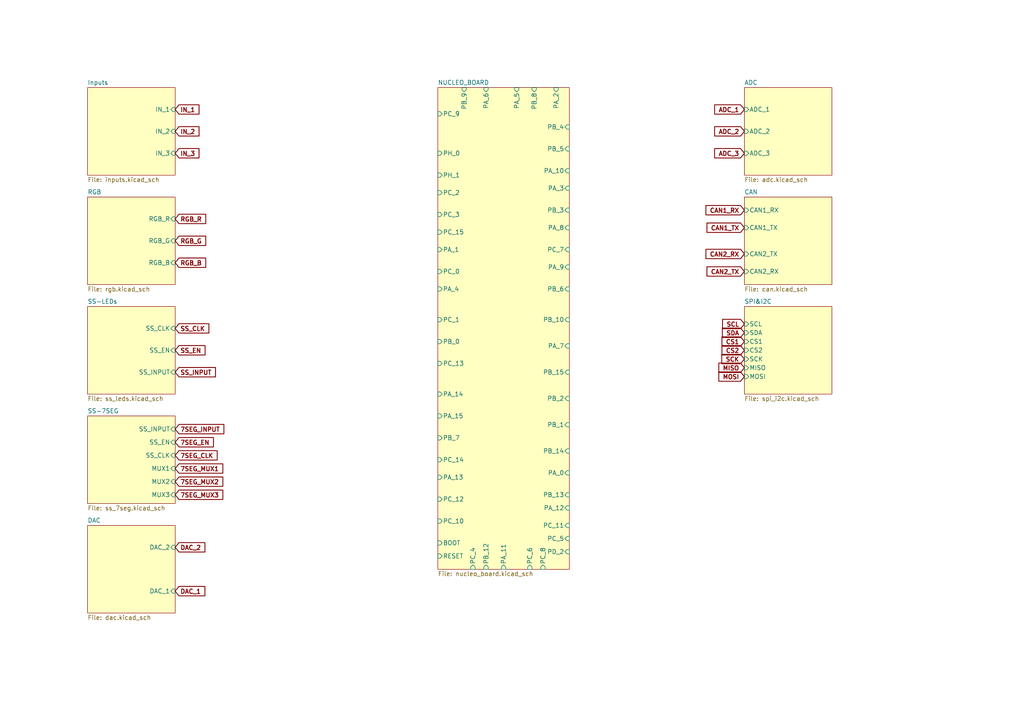
<source format=kicad_sch>
(kicad_sch (version 20230121) (generator eeschema)
  (paper "A4")
  (lib_symbols)
  (global_label "SS_EN" (shape input) (at 50.8 101.6 0) (effects (font bold)) (property "Intersheetrefs" "${INTERSHEET_REFS}" (effects hide)))
  (global_label "RGB_B" (shape input) (at 50.8 76.2 0) (effects (font bold)) (property "Intersheetrefs" "${INTERSHEET_REFS}" (effects hide)))
  (global_label "DAC_2" (shape input) (at 50.8 158.75 0) (effects (font bold)) (property "Intersheetrefs" "${INTERSHEET_REFS}" (effects hide)))
  (global_label "IN_1" (shape input) (at 50.8 31.75 0) (effects (font bold)) (property "Intersheetrefs" "${INTERSHEET_REFS}" (effects hide)))
  (global_label "SDA" (shape input) (at 215.9 96.52 180) (effects (font bold)) (property "Intersheetrefs" "${INTERSHEET_REFS}" (effects hide)))
  (global_label "IN_2" (shape input) (at 50.8 38.1 0) (effects (font bold)) (property "Intersheetrefs" "${INTERSHEET_REFS}" (effects hide)))
  (global_label "CS1" (shape input) (at 215.9 99.06 180) (effects (font bold)) (property "Intersheetrefs" "${INTERSHEET_REFS}" (effects hide)))
  (global_label "7SEG_MUX1" (shape input) (at 50.8 135.89 0) (effects (font bold)) (property "Intersheetrefs" "${INTERSHEET_REFS}" (effects hide)))
  (global_label "7SEG_CLK" (shape input) (at 50.8 132.08 0) (effects (font bold)) (property "Intersheetrefs" "${INTERSHEET_REFS}" (effects hide)))
  (global_label "MOSI" (shape input) (at 215.9 109.22 180) (effects (font bold)) (property "Intersheetrefs" "${INTERSHEET_REFS}" (effects hide)))
  (global_label "ADC_2" (shape input) (at 215.9 38.1 180) (effects (font bold)) (property "Intersheetrefs" "${INTERSHEET_REFS}" (effects hide)))
  (global_label "CS2" (shape input) (at 215.9 101.6 180) (effects (font bold)) (property "Intersheetrefs" "${INTERSHEET_REFS}" (effects hide)))
  (global_label "SS_INPUT" (shape input) (at 50.8 107.95 0) (effects (font bold)) (property "Intersheetrefs" "${INTERSHEET_REFS}" (effects hide)))
  (global_label "MISO" (shape input) (at 215.9 106.68 180) (effects (font bold)) (property "Intersheetrefs" "${INTERSHEET_REFS}" (effects hide)))
  (global_label "DAC_1" (shape input) (at 50.8 171.45 0) (effects (font bold)) (property "Intersheetrefs" "${INTERSHEET_REFS}" (effects hide)))
  (global_label "7SEG_INPUT" (shape input) (at 50.8 124.46 0) (effects (font bold)) (property "Intersheetrefs" "${INTERSHEET_REFS}" (effects hide)))
  (global_label "SCL" (shape input) (at 215.9 93.98 180) (effects (font bold)) (property "Intersheetrefs" "${INTERSHEET_REFS}" (effects hide)))
  (global_label "SS_CLK" (shape input) (at 50.8 95.25 0) (effects (font bold)) (property "Intersheetrefs" "${INTERSHEET_REFS}" (effects hide)))
  (global_label "7SEG_MUX2" (shape input) (at 50.8 139.7 0) (effects (font bold)) (property "Intersheetrefs" "${INTERSHEET_REFS}" (effects hide)))
  (global_label "RGB_G" (shape input) (at 50.8 69.85 0) (effects (font bold)) (property "Intersheetrefs" "${INTERSHEET_REFS}" (effects hide)))
  (global_label "IN_3" (shape input) (at 50.8 44.45 0) (effects (font bold)) (property "Intersheetrefs" "${INTERSHEET_REFS}" (effects hide)))
  (global_label "CAN1_RX" (shape input) (at 215.9 60.96 180) (effects (font bold)) (property "Intersheetrefs" "${INTERSHEET_REFS}" (effects hide)))
  (global_label "CAN2_RX" (shape input) (at 215.9 73.66 180) (effects (font bold)) (property "Intersheetrefs" "${INTERSHEET_REFS}" (effects hide)))
  (global_label "RGB_R" (shape input) (at 50.8 63.5 0) (effects (font bold)) (property "Intersheetrefs" "${INTERSHEET_REFS}" (effects hide)))
  (global_label "CAN1_TX" (shape input) (at 215.9 66.04 180) (effects (font bold)) (property "Intersheetrefs" "${INTERSHEET_REFS}" (effects hide)))
  (global_label "7SEG_MUX3" (shape input) (at 50.8 143.51 0) (effects (font bold)) (property "Intersheetrefs" "${INTERSHEET_REFS}" (effects hide)))
  (global_label "SCK" (shape input) (at 215.9 104.14 180) (effects (font bold)) (property "Intersheetrefs" "${INTERSHEET_REFS}" (effects hide)))
  (global_label "ADC_3" (shape input) (at 215.9 44.45 180) (effects (font bold)) (property "Intersheetrefs" "${INTERSHEET_REFS}" (effects hide)))
  (global_label "7SEG_EN" (shape input) (at 50.8 128.27 0) (effects (font bold)) (property "Intersheetrefs" "${INTERSHEET_REFS}" (effects hide)))
  (global_label "CAN2_TX" (shape input) (at 215.9 78.74 180) (effects (font bold)) (property "Intersheetrefs" "${INTERSHEET_REFS}" (effects hide)))
  (global_label "ADC_1" (shape input) (at 215.9 31.75 180) (effects (font bold)) (property "Intersheetrefs" "${INTERSHEET_REFS}" (effects hide)))
  (sheet (at 215.9 25.4) (size 25.4 25.4) (stroke (width 0.1524) (color 132 0 0 1)) (fill (color 255 255 194 1.0000))
    (property "Sheetname" "ADC" (at 215.9 24.6884 0) (effects (justify left bottom)))
    (property "Sheetfile" "adc.kicad_sch" (at 215.9 51.3846 0) (effects (justify left top)))
    (pin "ADC_1" input (at 215.9 31.75 180))
    (pin "ADC_2" input (at 215.9 38.1 180))
    (pin "ADC_3" input (at 215.9 44.45 180))
  )
  (sheet (at 25.4 88.9) (size 25.4 25.4) (stroke (width 0.1524) (color 132 0 0 1)) (fill (color 255 255 194 1.0000))
    (property "Sheetname" "SS-LEDs" (at 25.4 88.1884 0) (effects (justify left bottom)))
    (property "Sheetfile" "ss_leds.kicad_sch" (at 25.4 114.8846 0) (effects (justify left top)))
    (pin "SS_CLK" input (at 50.8 95.25 0))
    (pin "SS_EN" input (at 50.8 101.6 0))
    (pin "SS_INPUT" input (at 50.8 107.95 0))
  )
  (sheet (at 25.4 25.4) (size 25.4 25.4) (stroke (width 0.1524) (color 132 0 0 1)) (fill (color 255 255 194 1.0000))
    (property "Sheetname" "Inputs" (at 25.4 24.6884 0) (effects (justify left bottom)))
    (property "Sheetfile" "inputs.kicad_sch" (at 25.4 51.3846 0) (effects (justify left top)))
    (pin "IN_1" input (at 50.8 31.75 0))
    (pin "IN_3" input (at 50.8 44.45 0))
    (pin "IN_2" input (at 50.8 38.1 0))
  )
  (sheet (at 215.9 88.9) (size 25.4 25.4) (stroke (width 0.1524) (color 132 0 0 1)) (fill (color 255 255 194 1.0000))
    (property "Sheetname" "SPI&I2C" (at 215.9 88.1884 0) (effects (justify left bottom)))
    (property "Sheetfile" "spi_i2c.kicad_sch" (at 215.9 114.8846 0) (effects (justify left top)))
    (pin "SCL" input (at 215.9 93.98 180))
    (pin "SDA" input (at 215.9 96.52 180))
    (pin "CS1" input (at 215.9 99.06 180))
    (pin "CS2" input (at 215.9 101.6 180))
    (pin "SCK" input (at 215.9 104.14 180))
    (pin "MISO" input (at 215.9 106.68 180))
    (pin "MOSI" input (at 215.9 109.22 180))
  )
  (sheet (at 215.9 57.15) (size 25.4 25.4) (stroke (width 0.1524) (color 132 0 0 1)) (fill (color 255 255 194 1.0000))
    (property "Sheetname" "CAN" (at 215.9 56.4384 0) (effects (justify left bottom)))
    (property "Sheetfile" "can.kicad_sch" (at 215.9 83.1346 0) (effects (justify left top)))
    (pin "CAN1_RX" input (at 215.9 60.96 180))
    (pin "CAN1_TX" input (at 215.9 66.04 180))
    (pin "CAN2_TX" input (at 215.9 73.66 180))
    (pin "CAN2_RX" input (at 215.9 78.74 180))
  )
  (sheet (at 25.4 152.4) (size 25.4 25.4) (stroke (width 0.1524) (color 132 0 0 1)) (fill (color 255 255 194 1.0000))
    (property "Sheetname" "DAC" (at 25.4 151.6884 0) (effects (justify left bottom)))
    (property "Sheetfile" "dac.kicad_sch" (at 25.4 178.3846 0) (effects (justify left top)))
    (pin "DAC_1" input (at 50.8 171.45 0))
    (pin "DAC_2" input (at 50.8 158.75 0))
  )
  (sheet (at 25.4 120.65) (size 25.4 25.4) (stroke (width 0.1524) (color 132 0 0 1)) (fill (color 255 255 194 1.0000))
    (property "Sheetname" "SS-7SEG" (at 25.4 119.9384 0) (effects (justify left bottom)))
    (property "Sheetfile" "ss_7seg.kicad_sch" (at 25.4 146.6346 0) (effects (justify left top)))
    (pin "SS_INPUT" input (at 50.8 124.46 0))
    (pin "SS_EN" input (at 50.8 128.27 0))
    (pin "SS_CLK" input (at 50.8 132.08 0))
    (pin "MUX1" input (at 50.8 135.89 0))
    (pin "MUX2" input (at 50.8 139.7 0))
    (pin "MUX3" input (at 50.8 143.51 0))
  )
  (sheet (at 127 25.4) (size 38.1 139.7) (stroke (width 0.1524) (color 132 0 0 1)) (fill (color 255 255 194 1.0000))
    (property "Sheetname" "NUCLEO_BOARD" (at 127 24.6884 0) (effects (justify left bottom)))
    (property "Sheetfile" "nucleo_board.kicad_sch" (at 127 165.6846 0) (effects (justify left top)))
    (pin "PH_0" input (at 127 44.45 180))
    (pin "PH_1" input (at 127 50.8 180))
    (pin "PC_2" input (at 127 55.88 180))
    (pin "PC_3" input (at 127 62.23 180))
    (pin "PC_15" input (at 127 67.31 180))
    (pin "PA_1" input (at 127 72.39 180))
    (pin "PC_0" input (at 127 78.74 180))
    (pin "PA_4" input (at 127 83.82 180))
    (pin "PC_1" input (at 127 92.71 180))
    (pin "PB_0" input (at 127 99.06 180))
    (pin "PC_13" input (at 127 105.41 180))
    (pin "PA_14" input (at 127 114.3 180))
    (pin "PA_15" input (at 127 120.65 180))
    (pin "PB_7" input (at 127 127 180))
    (pin "PC_14" input (at 127 133.35 180))
    (pin "PA_13" input (at 127 138.43 180))
    (pin "PC_12" input (at 127 144.78 180))
    (pin "PC_10" input (at 127 151.13 180))
    (pin "BOOT" input (at 127 157.48 180))
    (pin "RESET" input (at 127 161.29 180))
    (pin "PD_2" input (at 165.1 160.02 0))
    (pin "PC_11" input (at 165.1 152.4 0))
    (pin "PA_0" input (at 165.1 137.16 0))
    (pin "PB_13" input (at 165.1 143.51 0))
    (pin "PB_14" input (at 165.1 130.81 0))
    (pin "PB_1" input (at 165.1 123.19 0))
    (pin "PB_2" input (at 165.1 115.57 0))
    (pin "PB_15" input (at 165.1 107.95 0))
    (pin "PA_7" input (at 165.1 100.33 0))
    (pin "PB_10" input (at 165.1 92.71 0))
    (pin "PB_6" input (at 165.1 83.82 0))
    (pin "PA_9" input (at 165.1 77.47 0))
    (pin "PC_7" input (at 165.1 72.39 0))
    (pin "PA_8" input (at 165.1 66.04 0))
    (pin "PB_3" input (at 165.1 60.96 0))
    (pin "PA_3" input (at 165.1 54.61 0))
    (pin "PA_10" input (at 165.1 49.53 0))
    (pin "PB_5" input (at 165.1 43.18 0))
    (pin "PB_4" input (at 165.1 36.83 0))
    (pin "PA_2" input (at 161.29 25.4 90))
    (pin "PB_8" input (at 154.94 25.4 90))
    (pin "PA_5" input (at 149.86 25.4 90))
    (pin "PA_6" input (at 140.97 25.4 90))
    (pin "PB_9" input (at 134.62 25.4 90))
    (pin "PC_9" input (at 127 33.02 180))
    (pin "PC_4" input (at 137.16 165.1 270))
    (pin "PB_12" input (at 140.97 165.1 270))
    (pin "PA_11" input (at 146.05 165.1 270))
    (pin "PC_6" input (at 153.67 165.1 270))
    (pin "PC_8" input (at 157.48 165.1 270))
    (pin "PC_5" input (at 165.1 156.21 0))
    (pin "PA_12" input (at 165.1 147.32 0))
  )
  (sheet (at 25.4 57.15) (size 25.4 25.4) (stroke (width 0.1524) (color 132 0 0 1)) (fill (color 255 255 194 1.0000))
    (property "Sheetname" "RGB" (at 25.4 56.4384 0) (effects (justify left bottom)))
    (property "Sheetfile" "rgb.kicad_sch" (at 25.4 83.1346 0) (effects (justify left top)))
    (pin "RGB_R" input (at 50.8 63.5 0))
    (pin "RGB_G" input (at 50.8 69.85 0))
    (pin "RGB_B" input (at 50.8 76.2 0))
  )
)
</source>
